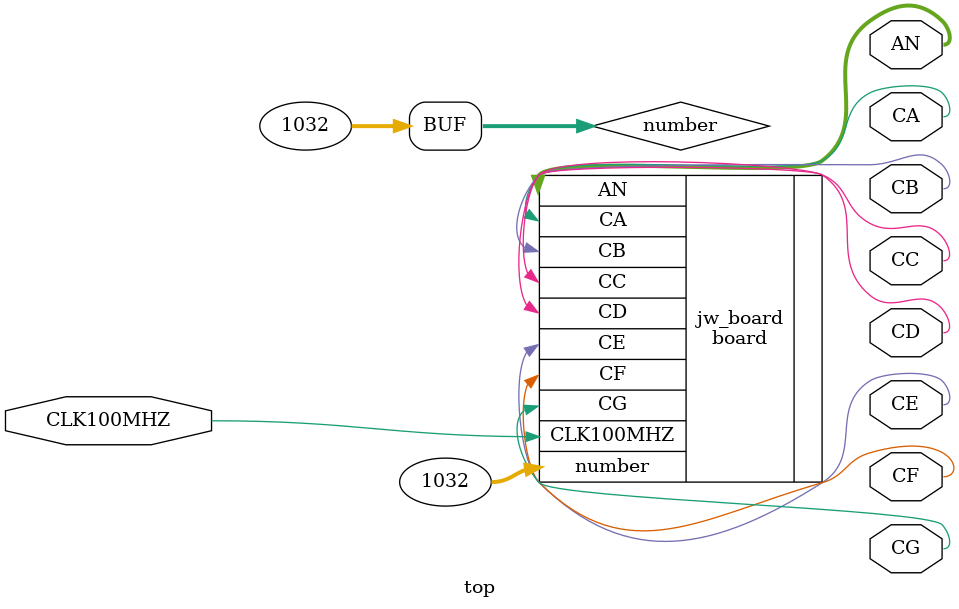
<source format=sv>
`timescale 1ns / 1ps


module top(
    input logic CLK100MHZ,

    output logic [7:0] AN,
    output logic CA, CB, CC, CD, CE, CF, CG
    );

    // State
    logic [31:0] number;
    assign number = 1032;
    
//    state jw_state(
//      .number(number)
//    );

    // Board
    board jw_board(
      .CLK100MHZ(CLK100MHZ),
      .number(number),
      
      .AN(AN),
      .CA(CA), .CB(CB), .CC(CC), .CD(CD), .CE(CE), .CF(CF), .CG(CG)
    );
    
endmodule

</source>
